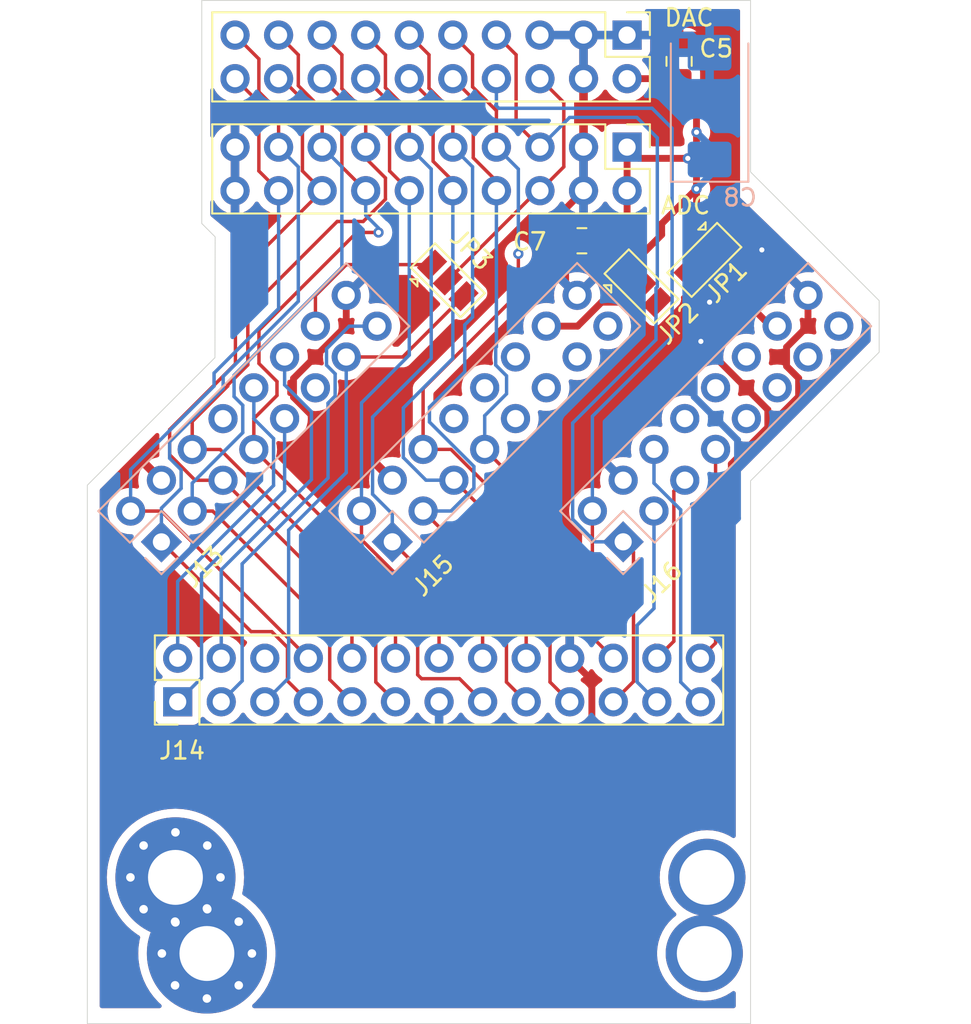
<source format=kicad_pcb>
(kicad_pcb (version 20240108) (generator "pcbnew") (generator_version "8.0")
  (layers (0 "F.Cu" signal) (31 "B.Cu" signal) (34 "B.Paste" user) (35 "F.Paste" user) (36 "B.SilkS" user "B.Silkscreen") (37 "F.SilkS" user "F.Silkscreen") (38 "B.Mask" user) (39 "F.Mask" user) (44 "Edge.Cuts" user))
  (net 0 "")
  (net 1 "GND")
  (net 2 "/3x16p-26p_adapter/CM_B_N3")
  (net 3 "/3x16p-26p_adapter/CM_D_P4")
  (net 4 "/3x16p-26p_adapter/CM_OE_M4")
  (net 5 "/3x16p-26p_adapter/CM_E_N4")
  (net 6 "/3x16p-26p_adapter/D1_2")
  (net 7 "/3x16p-26p_adapter/CM_CLK_M3")
  (net 8 "/3x16p-26p_adapter/CM_C_P3")
  (net 9 "/3x16p-26p_adapter/D1_3")
  (net 10 "/3x16p-26p_adapter/D1_1")
  (net 11 "/3x16p-26p_adapter/CM_A_N5")
  (net 12 "/3x16p-26p_adapter/D1_5")
  (net 13 "/3x16p-26p_adapter/D1_6")
  (net 14 "/3x16p-26p_adapter/D1_4")
  (net 15 "/3x16p-26p_adapter/CM_STB_N1")
  (net 16 "/3x16p-26p_adapter/D3_4")
  (net 17 "/3x16p-26p_adapter/D2_1")
  (net 18 "/3x16p-26p_adapter/D2_4")
  (net 19 "/3x16p-26p_adapter/D2_3")
  (net 20 "/3x16p-26p_adapter/D3_6")
  (net 21 "/3x16p-26p_adapter/D2_2")
  (net 22 "/3x16p-26p_adapter/D3_3")
  (net 23 "/3x16p-26p_adapter/D3_5")
  (net 24 "/3x16p-26p_adapter/D3_2")
  (net 25 "/3x16p-26p_adapter/D2_5")
  (net 26 "/3x16p-26p_adapter/D2_6")
  (net 27 "/3x16p-26p_adapter/D3_1")
  (net 31 "/3x16p-26p_adapter/VCC_J15")
  (net 39 "/3x16p-26p_adapter/VCC_J16")
  (net 44 "Net-(J18-Pin_6)")
  (net 45 "/3x16p-26p_adapter/VCC_5V")
  (footprint "Capacitor_SMD:C_0805_2012Metric" (layer "F.Cu") (at 51.8922 32.4104 180)
    (property "Reference" "C7")
    (property "Value" "100nF")
  )
  (footprint "Connector_PinHeader_2.54mm:PinHeader_2x13_P2.54mm_Vertical" (layer "F.Cu") (at 28.3228 59.2824 90)
    (property "Reference" "J14")
    (property "Value" "Conn_02x13_Odd_Even" (hide yes))
  )
  (footprint "Connector_PinHeader_2.54mm:PinHeader_2x10_P2.54mm_Vertical" (layer "F.Cu") (at 54.5262 20.4226 -90)
    (property "Reference" "J18" (hide yes))
    (property "Value" "DAC")
  )
  (footprint "Jumper:SolderJumper-3_P1.3mm_Open_Pad1.0x1.5mm" (layer "F.Cu") (at 59.0314 33.5268 -135)
    (property "Reference" "JP1")
    (property "Value" "Jumper_2_Open" (hide yes))
  )
  (footprint "MountingHole:MountingHole_3.5mm_Pad_Via" (layer "F.Cu") (at 59.0262 73.9526)
    (property "Reference" "H9" (hide yes))
    (property "Value" "ADC" (hide yes))
  )
  (footprint "Jumper:SolderJumper-3_P1.3mm_Open_Pad1.0x1.5mm" (layer "F.Cu") (at 55.368961 35.071361 -45)
    (property "Reference" "JP2")
    (property "Value" "Jumper_2_Open" (hide yes))
  )
  (footprint "Connector_PinHeader_2.54mm:PinHeader_2x10_P2.54mm_Vertical" (layer "F.Cu") (at 54.5262 26.9526 -90)
    (property "Reference" "J19" (hide yes))
    (property "Value" "ADC")
  )
  (footprint "Jumper:SolderJumper-3_P1.3mm_Open_Pad1.0x1.5mm" (layer "F.Cu") (at 44.0708 34.7206 -45)
    (property "Reference" "JP3")
    (property "Value" "Jumper_3_Open")
  )
  (footprint "Capacitor_SMD:C_0805_2012Metric" (layer "F.Cu") (at 57.5582 21.954599 90)
    (property "Reference" "C5")
    (property "Value" "100nF")
  )
  (footprint "MountingHole:MountingHole_3.5mm_Pad_Via" (layer "F.Cu") (at 59.1802 69.5166)
    (property "Reference" "H5" (hide yes))
    (property "Value" "DAC")
  )
  (footprint "MountingHole:MountingHole_3.5mm_Pad_Via" (layer "F.Cu") (at 30.0262 73.9526)
    (property "Reference" "H10" (hide yes))
    (property "Value" "ADC" (hide yes))
  )
  (footprint "MountingHole:MountingHole_3.5mm_Pad_Via" (layer "F.Cu") (at 28.1922 69.5166)
    (property "Reference" "H6" (hide yes))
    (property "Value" "DAC")
  )
  (footprint "Connector_PinSocket_2.54mm:PinSocket_2x08_P2.54mm_Vertical" (layer "B.Cu") (at 27.3742 49.9626 -45)
    (property "Reference" "J13")
    (property "Value" "Conn_02x08_Odd_Even")
  )
  (footprint "Capacitor_Tantalum_SMD:CP_EIA-7343-40_Kemet-Y" (layer "B.Cu") (at 59.3362 24.5606 90)
    (property "Reference" "C8")
    (property "Value" "10v47uF")
  )
  (footprint "Connector_PinSocket_2.54mm:PinSocket_2x08_P2.54mm_Vertical" (layer "B.Cu") (at 54.2982 49.9586 -45)
    (property "Reference" "J16")
    (property "Value" "Conn_02x08_Odd_Even")
  )
  (footprint "Connector_PinSocket_2.54mm:PinSocket_2x08_P2.54mm_Vertical" (layer "B.Cu") (at 40.8362 49.9586 -45)
    (property "Reference" "J15")
    (property "Value" "Conn_02x08_Odd_Even")
  )
  (gr_poly (pts (xy 30.5062 32.1826) (xy 29.7262 31.4026) (xy 29.7262 18.4026) (xy 61.7262 18.4026) (xy 61.7262 28.4026) (xy 69.2262 35.9026) (xy 69.2262 38.9026) (xy 61.7262 46.4026) (xy 61.7262 78.0436) (xy 23.0562 78.0436) (xy 23.0562 46.6566) (xy 30.4962 39.2226)) (stroke (width 0.05)) (fill none) (layer "Edge.Cuts"))
  (segment (start 60.119559 30.635241) (end 60.881559 31.397241) (width 0.4) (layer "F.Cu") (net 1))
  (segment (start 52.4728 58.0324) (end 51.1828 56.7424) (width 0.4) (layer "F.Cu") (net 1))
  (segment (start 62.732405 42.256628) (end 58.8282 38.352423) (width 0.4) (layer "F.Cu") (net 1))
  (segment (start 35.076172 41.528395) (end 37.388489 43.840711) (width 0.4) (layer "F.Cu") (net 1))
  (segment (start 52.4728 60.8772) (end 52.4728 58.0324) (width 0.4) (layer "F.Cu") (net 1))
  (segment (start 50.942201 34.919884) (end 51.612507 35.59019) (width 0.4) (layer "F.Cu") (net 1))
  (segment (start 62.732405 43.292162) (end 62.732405 42.256628) (width 0.4) (layer "F.Cu") (net 1))
  (segment (start 38.150507 35.59419) (end 38.150507 37.361958) (width 0.4) (layer "F.Cu") (net 1))
  (segment (start 35.076172 40.436293) (end 35.076172 41.528395) (width 0.4) (layer "F.Cu") (net 1))
  (segment (start 63.824507 39.716907) (end 63.824507 38.614293) (width 0.4) (layer "F.Cu") (net 1))
  (segment (start 50.942201 32.4104) (end 50.942201 30.536599) (width 0.4) (layer "F.Cu") (net 1))
  (segment (start 54.5262 20.4226) (end 59.7702 20.4226) (width 0.4) (layer "F.Cu") (net 1))
  (segment (start 52.4782 60.8826) (end 52.4728 60.8772) (width 0.4) (layer "F.Cu") (net 1))
  (segment (start 58.8282 36.4986) (end 59.3362 35.9906) (width 0.4) (layer "F.Cu") (net 1))
  (segment (start 51.9862 26.9526) (end 51.9862 20.4226) (width 0.4) (layer "F.Cu") (net 1))
  (segment (start 52.4728 60.8772) (end 60.2808 60.8772) (width 0.4) (layer "F.Cu") (net 1))
  (segment (start 63.824507 38.614293) (end 65.074507 37.364293) (width 0.4) (layer "F.Cu") (net 1))
  (segment (start 59.7702 20.4226) (end 60.0982 20.7506) (width 0.4) (layer "F.Cu") (net 1))
  (segment (start 38.310413 43.840711) (end 37.388489 43.840711) (width 0.4) (layer "F.Cu") (net 1))
  (segment (start 60.881559 31.397241) (end 65.074507 35.59019) (width 0.4) (layer "F.Cu") (net 1))
  (segment (start 60.119559 21.025959) (end 60.119559 30.635241) (width 0.4) (layer "F.Cu") (net 1))
  (segment (start 58.8282 38.2766) (end 58.8282 36.4986) (width 0.4) (layer "F.Cu") (net 1))
  (segment (start 60.6062 60.5518) (end 60.6062 45.418367) (width 0.4) (layer "F.Cu") (net 1))
  (segment (start 38.150507 37.361958) (end 35.076172 40.436293) (width 0.4) (layer "F.Cu") (net 1))
  (segment (start 65.074507 37.364293) (end 65.074507 35.59019) (width 0.4) (layer "F.Cu") (net 1))
  (segment (start 60.0982 21.0046) (end 60.119559 21.025959) (width 0.4) (layer "F.Cu") (net 1))
  (segment (start 60.6062 45.418367) (end 61.891084 44.133484) (width 0.4) (layer "F.Cu") (net 1))
  (segment (start 40.8362 46.366498) (end 38.310413 43.840711) (width 0.4) (layer "F.Cu") (net 1))
  (segment (start 51.9862 29.4926) (end 51.9862 26.9526) (width 0.4) (layer "F.Cu") (net 1))
  (segment (start 45.1122 62.6606) (end 50.7002 62.6606) (width 0.4) (layer "F.Cu") (net 1))
  (segment (start 64.528456 41.496112) (end 64.528456 40.420856) (width 0.4) (layer "F.Cu") (net 1))
  (segment (start 61.891084 44.133484) (end 64.528456 41.496112) (width 0.4) (layer "F.Cu") (net 1))
  (segment (start 60.2808 60.8772) (end 60.6062 60.5518) (width 0.4) (layer "F.Cu") (net 1))
  (segment (start 64.528456 40.420856) (end 63.824507 39.716907) (width 0.4) (layer "F.Cu") (net 1))
  (segment (start 50.7002 62.6606) (end 52.4782 60.8826) (width 0.4) (layer "F.Cu") (net 1))
  (segment (start 43.5628 59.2824) (end 43.5628 61.1112) (width 0.4) (layer "F.Cu") (net 1))
  (segment (start 58.8282 38.352423) (end 58.8282 38.2766) (width 0.4) (layer "F.Cu") (net 1))
  (segment (start 50.942201 32.4104) (end 50.942201 34.919884) (width 0.4) (layer "F.Cu") (net 1))
  (segment (start 49.446201 20.4226) (end 54.5262 20.4226) (width 0.4) (layer "F.Cu") (net 1))
  (segment (start 43.5628 61.1112) (end 45.1122 62.6606) (width 0.4) (layer "F.Cu") (net 1))
  (segment (start 50.942201 30.536599) (end 51.9862 29.4926) (width 0.4) (layer "F.Cu") (net 1))
  (segment (start 60.0982 20.7506) (end 60.0982 21.0046) (width 0.4) (layer "F.Cu") (net 1))
  (segment (start 61.891084 44.133484) (end 62.732405 43.292162) (width 0.4) (layer "F.Cu") (net 1))
  (via (at 59.3362 35.9906) (size 0.6) (drill 0.3) (layers "F.Cu" "B.Cu") (net 1))
  (via (at 58.8282 38.2766) (size 0.6) (drill 0.3) (layers "F.Cu" "B.Cu") (net 1))
  (via (at 62.3842 32.9426) (size 0.6) (drill 0.3) (layers "F.Cu" "B.Cu") (net 1))
  (segment (start 60.6062 60.8826) (end 58.3202 63.1686) (width 0.4) (layer "B.Cu") (net 1))
  (segment (start 58.436354 38.668446) (end 58.436354 41.496111) (width 0.4) (layer "B.Cu") (net 1))
  (segment (start 58.3202 63.1686) (end 57.5582 63.1686) (width 0.4) (layer "B.Cu") (net 1))
  (segment (start 54.5262 20.4226) (end 58.3107 20.4226) (width 0.4) (layer "B.Cu") (net 1))
  (segment (start 58.8282 38.2766) (end 58.436354 38.668446) (width 0.4) (layer "B.Cu") (net 1))
  (segment (start 59.3362 50.2146) (end 59.3362 50.7226) (width 0.4) (layer "B.Cu") (net 1))
  (segment (start 57.5582 63.1686) (end 57.3042 62.9146) (width 0.4) (layer "B.Cu") (net 1))
  (segment (start 60.964638 48.586162) (end 59.3362 50.2146) (width 0.4) (layer "B.Cu") (net 1))
  (segment (start 59.3362 35.9906) (end 62.3842 32.9426) (width 0.4) (layer "B.Cu") (net 1))
  (segment (start 60.964638 44.024395) (end 60.964638 48.586162) (width 0.4) (layer "B.Cu") (net 1))
  (segment (start 57.3042 62.9146) (end 44.8582 62.9146) (width 0.4) (layer "B.Cu") (net 1))
  (segment (start 44.0962 61.8986) (end 43.5628 61.3652) (width 0.4) (layer "B.Cu") (net 1))
  (segment (start 43.5628 61.3652) (end 43.5628 59.2824) (width 0.4) (layer "B.Cu") (net 1))
  (segment (start 58.3107 20.4226) (end 59.3362 21.4481) (width 0.4) (layer "B.Cu") (net 1))
  (segment (start 59.3362 50.7226) (end 60.6062 51.9926) (width 0.4) (layer "B.Cu") (net 1))
  (segment (start 60.6062 51.9926) (end 60.6062 60.8826) (width 0.4) (layer "B.Cu") (net 1))
  (segment (start 44.0962 62.1526) (end 44.0962 61.8986) (width 0.4) (layer "B.Cu") (net 1))
  (segment (start 44.8582 62.9146) (end 44.0962 62.1526) (width 0.4) (layer "B.Cu") (net 1))
  (segment (start 58.436354 41.496111) (end 60.964638 44.024395) (width 0.4) (layer "B.Cu") (net 1))
  (segment (start 32.762354 42.7908) (end 33.912354 43.9408) (width 0.2) (layer "B.Cu") (net 2))
  (segment (start 32.762354 40.982344) (end 32.762354 42.7908) (width 0.2) (layer "B.Cu") (net 2))
  (segment (start 28.3228 56.7424) (end 28.3228 52.265115) (width 0.2) (layer "B.Cu") (net 2))
  (segment (start 28.3228 52.265115) (end 33.912354 46.675561) (width 0.2) (layer "B.Cu") (net 2))
  (segment (start 33.912354 46.675561) (end 33.912354 43.9408) (width 0.2) (layer "B.Cu") (net 2))
  (segment (start 36.1206 46.3284) (end 36.1206 42.374834) (width 0.2) (layer "B.Cu") (net 3))
  (segment (start 30.8628 56.7424) (end 30.8628 51.5862) (width 0.2) (layer "B.Cu") (net 3))
  (segment (start 30.8628 51.5862) (end 36.1206 46.3284) (width 0.2) (layer "B.Cu") (net 3))
  (segment (start 34.558405 40.812639) (end 34.558405 39.186293) (width 0.2) (layer "B.Cu") (net 3))
  (segment (start 36.1206 42.374834) (end 34.558405 40.812639) (width 0.2) (layer "B.Cu") (net 3))
  (segment (start 37.000507 39.662639) (end 37.000507 38.709947) (width 0.2) (layer "B.Cu") (net 4))
  (segment (start 32.082 58.0632) (end 32.082 51.24223) (width 0.2) (layer "B.Cu") (net 4))
  (segment (start 37.090149 41.872999) (end 37.504456 41.458692) (width 0.2) (layer "B.Cu") (net 4))
  (segment (start 32.082 51.24223) (end 37.090149 46.234081) (width 0.2) (layer "B.Cu") (net 4))
  (segment (start 37.000507 38.709947) (end 38.320213 37.390241) (width 0.2) (layer "B.Cu") (net 4))
  (segment (start 37.504456 41.458692) (end 37.504456 40.166588) (width 0.2) (layer "B.Cu") (net 4))
  (segment (start 30.8628 59.2824) (end 32.082 58.0632) (width 0.2) (layer "B.Cu") (net 4))
  (segment (start 37.504456 40.166588) (end 37.000507 39.662639) (width 0.2) (layer "B.Cu") (net 4))
  (segment (start 38.320213 37.390241) (end 39.946559 37.390241) (width 0.2) (layer "B.Cu") (net 4))
  (segment (start 37.090149 46.234081) (end 37.090149 41.872999) (width 0.2) (layer "B.Cu") (net 4))
  (segment (start 33.0562 28.3426) (end 34.2062 29.4926) (width 0.2) (layer "F.Cu") (net 6))
  (segment (start 31.6662 22.9626) (end 33.0562 24.3526) (width 0.2) (layer "F.Cu") (net 6))
  (segment (start 33.0562 24.3526) (end 33.0562 28.3426) (width 0.2) (layer "F.Cu") (net 6))
  (segment (start 35.9428 56.7424) (end 27.366949 48.166549) (width 0.2) (layer "F.Cu") (net 6))
  (segment (start 27.366949 48.166549) (end 25.578149 48.166549) (width 0.2) (layer "F.Cu") (net 6))
  (segment (start 30.445213 40.122613) (end 34.2062 36.361626) (width 0.2) (layer "B.Cu") (net 6))
  (segment (start 25.578149 45.745051) (end 30.445213 40.877987) (width 0.2) (layer "B.Cu") (net 6))
  (segment (start 30.445213 40.877987) (end 30.445213 40.122613) (width 0.2) (layer "B.Cu") (net 6))
  (segment (start 25.578149 48.166549) (end 25.578149 45.745051) (width 0.2) (layer "B.Cu") (net 6))
  (segment (start 34.2062 36.361626) (end 34.2062 29.4926) (width 0.2) (layer "B.Cu") (net 6))
  (segment (start 38.150507 39.186293) (end 41.443585 39.186293) (width 0.2) (layer "F.Cu") (net 7))
  (segment (start 41.443585 39.186293) (end 44.990039 35.639839) (width 0.2) (layer "F.Cu") (net 7))
  (segment (start 34.7928 57.892399) (end 33.402799 59.2824) (width 0.2) (layer "B.Cu") (net 7))
  (segment (start 37.490149 46.577565) (end 34.7928 49.274914) (width 0.2) (layer "B.Cu") (net 7))
  (segment (start 38.150507 45.924093) (end 37.497035 46.577565) (width 0.2) (layer "B.Cu") (net 7))
  (segment (start 37.497035 46.577565) (end 37.490149 46.577565) (width 0.2) (layer "B.Cu") (net 7))
  (segment (start 38.150507 39.186293) (end 38.150507 45.924093) (width 0.2) (layer "B.Cu") (net 7))
  (segment (start 34.7928 49.274914) (end 34.7928 57.892399) (width 0.2) (layer "B.Cu") (net 7))
  (segment (start 36.354456 41.050549) (end 36.354456 40.724344) (width 0.2) (layer "F.Cu") (net 8))
  (segment (start 36.354456 40.724344) (end 36.3912 40.6876) (width 0.2) (layer "F.Cu") (net 8))
  (segment (start 36.746199 24.760568) (end 36.746199 26.9526) (width 0.2) (layer "F.Cu") (net 9))
  (segment (start 37.1874 57.987) (end 38.4828 59.2824) (width 0.2) (layer "F.Cu") (net 9))
  (segment (start 29.170251 48.166549) (end 30.364149 48.166549) (width 0.2) (layer "F.Cu") (net 9))
  (segment (start 35.3562 23.370569) (end 36.746199 24.760568) (width 0.2) (layer "F.Cu") (net 9))
  (segment (start 30.364149 48.166549) (end 37.1874 54.9898) (width 0.2) (layer "F.Cu") (net 9))
  (segment (start 37.1874 54.9898) (end 37.1874 57.987) (width 0.2) (layer "F.Cu") (net 9))
  (segment (start 34.2062 20.4226) (end 35.3562 21.5726) (width 0.2) (layer "F.Cu") (net 9))
  (segment (start 35.3562 21.5726) (end 35.3562 23.370569) (width 0.2) (layer "F.Cu") (net 9))
  (segment (start 37.8962 33.967886) (end 37.8962 28.102601) (width 0.2) (layer "B.Cu") (net 9))
  (segment (start 37.8962 28.102601) (end 36.746199 26.9526) (width 0.2) (layer "B.Cu") (net 9))
  (segment (start 31.612354 41.492954) (end 31.612354 40.251732) (width 0.2) (layer "B.Cu") (net 9))
  (segment (start 31.612354 40.251732) (end 37.8962 33.967886) (width 0.2) (layer "B.Cu") (net 9))
  (segment (start 32.116302 41.996902) (end 31.612354 41.492954) (width 0.2) (layer "B.Cu") (net 9))
  (segment (start 32.116302 43.594152) (end 32.116302 41.996902) (width 0.2) (layer "B.Cu") (net 9))
  (segment (start 29.170251 46.540203) (end 32.116302 43.594152) (width 0.2) (layer "B.Cu") (net 9))
  (segment (start 29.170251 48.166549) (end 29.170251 46.540203) (width 0.2) (layer "B.Cu") (net 9))
  (segment (start 34.7236 56.109918) (end 34.7236 58.0632) (width 0.2) (layer "F.Cu") (net 10))
  (segment (start 33.806682 55.193) (end 34.7236 56.109918) (width 0.2) (layer "F.Cu") (net 10))
  (segment (start 34.2062 24.8814) (end 34.2062 26.9526) (width 0.2) (layer "F.Cu") (net 10))
  (segment (start 27.3742 49.9626) (end 32.6046 55.193) (width 0.2) (layer "F.Cu") (net 10))
  (segment (start 31.6662 20.4226) (end 33.0562 21.8126) (width 0.2) (layer "F.Cu") (net 10))
  (segment (start 33.0562 23.7314) (end 34.2062 24.8814) (width 0.2) (layer "F.Cu") (net 10))
  (segment (start 34.7236 58.0632) (end 35.9428 59.2824) (width 0.2) (layer "F.Cu") (net 10))
  (segment (start 32.6046 55.193) (end 33.806682 55.193) (width 0.2) (layer "F.Cu") (net 10))
  (segment (start 33.0562 21.8126) (end 33.0562 23.7314) (width 0.2) (layer "F.Cu") (net 10))
  (segment (start 28.5242 46.846844) (end 27.3742 47.996844) (width 0.2) (layer "B.Cu") (net 10))
  (segment (start 27.8511 44.1325) (end 27.8511 45.0863) (width 0.2) (layer "B.Cu") (net 10))
  (segment (start 30.9756 41.008) (end 27.8511 44.1325) (width 0.2) (layer "B.Cu") (net 10))
  (segment (start 27.8511 45.0863) (end 28.5242 45.7594) (width 0.2) (layer "B.Cu") (net 10))
  (segment (start 30.9756 40.3228) (end 30.9756 41.008) (width 0.2) (layer "B.Cu") (net 10))
  (segment (start 35.3562 28.1026) (end 35.3562 35.9422) (width 0.2) (layer "B.Cu") (net 10))
  (segment (start 28.5242 45.7594) (end 28.5242 46.846844) (width 0.2) (layer "B.Cu") (net 10))
  (segment (start 35.3562 35.9422) (end 30.9756 40.3228) (width 0.2) (layer "B.Cu") (net 10))
  (segment (start 27.3742 47.996844) (end 27.3742 49.9626) (width 0.2) (layer "B.Cu") (net 10))
  (segment (start 34.2062 26.9526) (end 35.3562 28.1026) (width 0.2) (layer "B.Cu") (net 10))
  (segment (start 34.558405 46.976195) (end 34.558405 42.778395) (width 0.2) (layer "B.Cu") (net 11))
  (segment (start 28.3228 59.2824) (end 29.7128 57.8924) (width 0.2) (layer "B.Cu") (net 11))
  (segment (start 29.7128 51.8218) (end 34.558405 46.976195) (width 0.2) (layer "B.Cu") (net 11))
  (segment (start 29.7128 57.8924) (end 29.7128 51.8218) (width 0.2) (layer "B.Cu") (net 11))
  (segment (start 30.796596 44.574446) (end 39.8728 53.65065) (width 0.2) (layer "F.Cu") (net 12))
  (segment (start 39.2862 24.936914) (end 39.2862 26.9526) (width 0.2) (layer "F.Cu") (net 12))
  (segment (start 40.155757 30.272157) (end 40.4362 29.991715) (width 0.2) (layer "F.Cu") (net 12))
  (segment (start 37.8962 23.546914) (end 39.2862 24.936914) (width 0.2) (layer "F.Cu") (net 12))
  (segment (start 29.170251 44.574446) (end 30.796596 44.574446) (width 0.2) (layer "F.Cu") (net 12))
  (segment (start 36.746199 20.4226) (end 37.8962 21.572601) (width 0.2) (layer "F.Cu") (net 12))
  (segment (start 40.4362 29.991715) (end 40.4362 28.7492) (width 0.2) (layer "F.Cu") (net 12))
  (segment (start 39.2862 27.5992) (end 39.2862 26.9526) (width 0.2) (layer "F.Cu") (net 12))
  (segment (start 31.242 40.876351) (end 31.242 40.8178) (width 0.2) (layer "F.Cu") (net 12))
  (segment (start 39.8728 58.1324) (end 41.0228 59.2824) (width 0.2) (layer "F.Cu") (net 12))
  (segment (start 32.4122 39.6476) (end 32.4122 36.4986) (width 0.2) (layer "F.Cu") (net 12))
  (segment (start 40.4362 28.7492) (end 39.2862 27.5992) (width 0.2) (layer "F.Cu") (net 12))
  (segment (start 31.242 40.8178) (end 32.4122 39.6476) (width 0.2) (layer "F.Cu") (net 12))
  (segment (start 29.170251 42.9481) (end 31.242 40.876351) (width 0.2) (layer "F.Cu") (net 12))
  (segment (start 37.622643 31.288157) (end 39.139757 31.288157) (width 0.2) (layer "F.Cu") (net 12))
  (segment (start 37.8962 21.572601) (end 37.8962 23.546914) (width 0.2) (layer "F.Cu") (net 12))
  (segment (start 39.139757 31.288157) (end 40.155757 30.272157) (width 0.2) (layer "F.Cu") (net 12))
  (segment (start 39.8728 53.65065) (end 39.8728 58.1324) (width 0.2) (layer "F.Cu") (net 12))
  (segment (start 32.4122 36.4986) (end 37.622643 31.288157) (width 0.2) (layer "F.Cu") (net 12))
  (segment (start 29.170251 44.574446) (end 29.170251 42.9481) (width 0.2) (layer "F.Cu") (net 12))
  (segment (start 34.1122 40.6146) (end 33.061976 39.564376) (width 0.2) (layer "F.Cu") (net 13))
  (segment (start 36.7462 22.9626) (end 37.896199 24.112599) (width 0.2) (layer "F.Cu") (net 13))
  (segment (start 32.762354 42.777246) (end 34.1122 41.4274) (width 0.2) (layer "F.Cu") (net 13))
  (segment (start 33.061976 37.626824) (end 38.7622 31.9266) (width 0.2) (layer "F.Cu") (net 13))
  (segment (start 32.762354 44.574446) (end 32.762354 42.777246) (width 0.2) (layer "F.Cu") (net 13))
  (segment (start 34.1122 41.4274) (end 34.1122 40.6146) (width 0.2) (layer "F.Cu") (net 13))
  (segment (start 37.896199 24.112599) (end 37.896199 28.102599) (width 0.2) (layer "F.Cu") (net 13))
  (segment (start 41.0228 52.834892) (end 41.0228 56.7424) (width 0.2) (layer "F.Cu") (net 13))
  (segment (start 37.896199 28.102599) (end 39.2862 29.4926) (width 0.2) (layer "F.Cu") (net 13))
  (segment (start 33.061976 39.564376) (end 33.061976 37.626824) (width 0.2) (layer "F.Cu") (net 13))
  (segment (start 32.762354 44.574446) (end 41.0228 52.834892) (width 0.2) (layer "F.Cu") (net 13))
  (segment (start 38.7622 31.9266) (end 40.0322 31.9266) (width 0.2) (layer "F.Cu") (net 13))
  (via (at 40.0322 31.9266) (size 0.6) (drill 0.3) (layers "F.Cu" "B.Cu") (net 13))
  (segment (start 40.0322 31.6726) (end 39.2862 30.9266) (width 0.2) (layer "B.Cu") (net 13))
  (segment (start 40.0322 31.9266) (end 40.0322 31.6726) (width 0.2) (layer "B.Cu") (net 13))
  (segment (start 39.2862 30.9266) (end 39.2862 29.4926) (width 0.2) (layer "B.Cu") (net 13))
  (segment (start 35.596199 28.342599) (end 35.596199 24.176254) (width 0.2) (layer "F.Cu") (net 14))
  (segment (start 29.339957 46.370498) (end 30.966302 46.370498) (width 0.2) (layer "F.Cu") (net 14))
  (segment (start 36.7462 29.4926) (end 35.596199 28.342599) (width 0.2) (layer "F.Cu") (net 14))
  (segment (start 36.7462 29.4926) (end 31.6884 34.5504) (width 0.2) (layer "F.Cu") (net 14))
  (segment (start 27.854412 44.884953) (end 29.339957 46.370498) (width 0.2) (layer "F.Cu") (net 14))
  (segment (start 35.596199 24.176254) (end 34.382545 22.9626) (width 0.2) (layer "F.Cu") (net 14))
  (segment (start 31.6884 34.5504) (end 31.6884 39.584) (width 0.2) (layer "F.Cu") (net 14))
  (segment (start 31.6884 39.584) (end 27.854412 43.417988) (width 0.2) (layer "F.Cu") (net 14))
  (segment (start 27.854412 43.417988) (end 27.854412 44.884953) (width 0.2) (layer "F.Cu") (net 14))
  (segment (start 38.4828 53.886996) (end 30.966302 46.370498) (width 0.2) (layer "F.Cu") (net 14))
  (segment (start 38.4828 56.7424) (end 38.4828 53.886996) (width 0.2) (layer "F.Cu") (net 14))
  (segment (start 34.382545 22.9626) (end 34.2062 22.9626) (width 0.2) (layer "F.Cu") (net 14))
  (segment (start 36.354456 35.604344) (end 38.157439 33.801361) (width 0.2) (layer "F.Cu") (net 15))
  (segment (start 38.157439 33.801361) (end 43.151561 33.801361) (width 0.2) (layer "F.Cu") (net 15))
  (segment (start 36.354456 37.390241) (end 36.354456 35.604344) (width 0.2) (layer "F.Cu") (net 15))
  (segment (start 57.2528 47.004) (end 57.890302 46.366498) (width 0.2) (layer "F.Cu") (net 16))
  (segment (start 57.2528 55.7524) (end 57.2528 47.004) (width 0.2) (layer "F.Cu") (net 16))
  (segment (start 56.2628 56.082) (end 56.1612 55.9804) (width 0.2) (layer "F.Cu") (net 16))
  (segment (start 56.2628 56.7424) (end 57.2528 55.7524) (width 0.2) (layer "F.Cu") (net 16))
  (segment (start 41.8262 24.8814) (end 41.8262 26.9526) (width 0.2) (layer "F.Cu") (net 17))
  (segment (start 40.4362 21.5726) (end 40.4362 23.4914) (width 0.2) (layer "F.Cu") (net 17))
  (segment (start 40.4362 23.4914) (end 41.8262 24.8814) (width 0.2) (layer "F.Cu") (net 17))
  (segment (start 43.5628 52.6852) (end 40.8362 49.9586) (width 0.2) (layer "F.Cu") (net 17))
  (segment (start 43.5628 56.7424) (end 43.5628 52.6852) (width 0.2) (layer "F.Cu") (net 17))
  (segment (start 39.2862 20.4226) (end 40.4362 21.5726) (width 0.2) (layer "F.Cu") (net 17))
  (segment (start 40.8362 48.332254) (end 40.8362 49.9586) (width 0.2) (layer "B.Cu") (net 17))
  (segment (start 43.1056 39.2672) (end 39.6862 42.6866) (width 0.2) (layer "B.Cu") (net 17))
  (segment (start 39.6862 47.182254) (end 40.8362 48.332254) (width 0.2) (layer "B.Cu") (net 17))
  (segment (start 43.1056 28.232) (end 43.1056 39.2672) (width 0.2) (layer "B.Cu") (net 17))
  (segment (start 41.8262 26.9526) (end 43.1056 28.232) (width 0.2) (layer "B.Cu") (net 17))
  (segment (start 39.6862 42.6866) (end 39.6862 47.182254) (width 0.2) (layer "B.Cu") (net 17))
  (segment (start 41.8262 22.9626) (end 43.2162 24.3526) (width 0.2) (layer "F.Cu") (net 18))
  (segment (start 43.2162 24.3526) (end 43.2162 27.776914) (width 0.2) (layer "F.Cu") (net 18))
  (segment (start 47.4928 58.1324) (end 47.4928 49.430996) (width 0.2) (layer "F.Cu") (net 18))
  (segment (start 44.3662 28.926914) (end 44.3662 29.4926) (width 0.2) (layer "F.Cu") (net 18))
  (segment (start 48.6428 59.2824) (end 47.4928 58.1324) (width 0.2) (layer "F.Cu") (net 18))
  (segment (start 43.2162 27.776914) (end 44.3662 28.926914) (width 0.2) (layer "F.Cu") (net 18))
  (segment (start 47.4928 49.430996) (end 44.428302 46.366498) (width 0.2) (layer "F.Cu") (net 18))
  (segment (start 44.428302 46.366498) (end 42.801957 46.366498) (width 0.2) (layer "B.Cu") (net 18))
  (segment (start 42.801957 46.366498) (end 41.4782 45.042741) (width 0.2) (layer "B.Cu") (net 18))
  (segment (start 41.4782 45.042741) (end 41.4782 42.1552) (width 0.2) (layer "B.Cu") (net 18))
  (segment (start 44.3662 39.2672) (end 44.3662 29.4926) (width 0.2) (layer "B.Cu") (net 18))
  (segment (start 41.4782 42.1552) (end 44.3662 39.2672) (width 0.2) (layer "B.Cu") (net 18))
  (segment (start 44.3662 24.9068) (end 44.3662 26.9526) (width 0.2) (layer "F.Cu") (net 19))
  (segment (start 42.9762 21.5726) (end 42.9762 23.5168) (width 0.2) (layer "F.Cu") (net 19))
  (segment (start 42.9762 23.5168) (end 44.3662 24.9068) (width 0.2) (layer "F.Cu") (net 19))
  (segment (start 42.632251 48.162549) (end 46.1028 51.633098) (width 0.2) (layer "F.Cu") (net 19))
  (segment (start 46.1028 51.633098) (end 46.1028 56.7424) (width 0.2) (layer "F.Cu") (net 19))
  (segment (start 41.8262 20.4226) (end 42.9762 21.5726) (width 0.2) (layer "F.Cu") (net 19))
  (segment (start 45.0614 37.3114) (end 45.5162 36.8566) (width 0.2) (layer "B.Cu") (net 19))
  (segment (start 43.0022 42.974638) (end 43.0022 42.1132) (width 0.2) (layer "B.Cu") (net 19))
  (segment (start 45.5948 45.567238) (end 43.0022 42.974638) (width 0.2) (layer "B.Cu") (net 19))
  (segment (start 45.5162 28.1026) (end 44.3662 26.9526) (width 0.2) (layer "B.Cu") (net 19))
  (segment (start 43.0022 42.1132) (end 45.0614 40.054) (width 0.2) (layer "B.Cu") (net 19))
  (segment (start 45.5162 36.8566) (end 45.5162 28.1026) (width 0.2) (layer "B.Cu") (net 19))
  (segment (start 42.632251 48.162549) (end 44.258597 48.162549) (width 0.2) (layer "B.Cu") (net 19))
  (segment (start 45.5948 46.826346) (end 45.5948 45.567238) (width 0.2) (layer "B.Cu") (net 19))
  (segment (start 44.258597 48.162549) (end 45.5948 46.826346) (width 0.2) (layer "B.Cu") (net 19))
  (segment (start 45.0614 40.054) (end 45.0614 37.3114) (width 0.2) (layer "B.Cu") (net 19))
  (segment (start 58.8028 56.7424) (end 59.686354 55.858846) (width 0.2) (layer "F.Cu") (net 20))
  (segment (start 59.686354 55.858846) (end 59.686354 44.570446) (width 0.2) (layer "F.Cu") (net 20))
  (segment (start 42.545 57.9374) (end 42.3164 57.7088) (width 0.2) (layer "F.Cu") (net 21))
  (segment (start 44.757801 57.9374) (end 42.545 57.9374) (width 0.2) (layer "F.Cu") (net 21))
  (segment (start 40.6762 28.3426) (end 41.8262 29.4926) (width 0.2) (layer "F.Cu") (net 21))
  (segment (start 40.6762 24.3526) (end 40.6762 28.3426) (width 0.2) (layer "F.Cu") (net 21))
  (segment (start 42.3164 53.1084) (end 39.040149 49.832149) (width 0.2) (layer "F.Cu") (net 21))
  (segment (start 42.3164 57.7088) (end 42.3164 53.1084) (width 0.2) (layer "F.Cu") (net 21))
  (segment (start 39.2862 22.9626) (end 40.6762 24.3526) (width 0.2) (layer "F.Cu") (net 21))
  (segment (start 39.040149 49.832149) (end 39.040149 48.162549) (width 0.2) (layer "F.Cu") (net 21))
  (segment (start 46.102801 59.2824) (end 44.757801 57.9374) (width 0.2) (layer "F.Cu") (net 21))
  (segment (start 39.040149 48.162549) (end 39.040149 41.859451) (width 0.2) (layer "B.Cu") (net 21))
  (segment (start 41.8262 39.0734) (end 41.8262 29.4926) (width 0.2) (layer "B.Cu") (net 21))
  (segment (start 39.040149 41.859451) (end 41.8262 39.0734) (width 0.2) (layer "B.Cu") (net 21))
  (segment (start 56.094251 53.837549) (end 55.1128 54.819) (width 0.2) (layer "B.Cu") (net 22))
  (segment (start 55.1128 54.819) (end 55.1128 58.132401) (width 0.2) (layer "B.Cu") (net 22))
  (segment (start 55.1128 58.132401) (end 56.262799 59.2824) (width 0.2) (layer "B.Cu") (net 22))
  (segment (start 56.094251 48.162549) (end 56.094251 53.837549) (width 0.2) (layer "B.Cu") (net 22))
  (segment (start 56.094251 46.536203) (end 57.6528 48.094752) (width 0.2) (layer "B.Cu") (net 23))
  (segment (start 56.094251 44.570446) (end 56.094251 46.536203) (width 0.2) (layer "B.Cu") (net 23))
  (segment (start 57.6528 48.094752) (end 57.6528 58.1324) (width 0.2) (layer "B.Cu") (net 23))
  (segment (start 57.6528 58.1324) (end 58.8028 59.2824) (width 0.2) (layer "B.Cu") (net 23))
  (segment (start 53.7228 56.7424) (end 52.502149 55.521749) (width 0.2) (layer "F.Cu") (net 24))
  (segment (start 52.502149 55.521749) (end 52.502149 48.162549) (width 0.2) (layer "F.Cu") (net 24))
  (segment (start 55.9834 24.6876) (end 47.0426 24.6876) (width 0.2) (layer "B.Cu") (net 24))
  (segment (start 46.8648 24.5098) (end 46.9062 24.4684) (width 0.2) (layer "B.Cu") (net 24))
  (segment (start 57.1518 25.856) (end 55.9834 24.6876) (width 0.2) (layer "B.Cu") (net 24))
  (segment (start 52.502149 42.646851) (end 57.1518 37.9972) (width 0.2) (layer "B.Cu") (net 24))
  (segment (start 57.1518 37.9972) (end 57.1518 25.856) (width 0.2) (layer "B.Cu") (net 24))
  (segment (start 46.9062 24.4684) (end 46.9062 22.9626) (width 0.2) (layer "B.Cu") (net 24))
  (segment (start 47.0426 24.6876) (end 46.8648 24.5098) (width 0.2) (layer "B.Cu") (net 24))
  (segment (start 52.502149 48.162549) (end 52.502149 42.646851) (width 0.2) (layer "B.Cu") (net 24))
  (segment (start 42.632251 44.570446) (end 42.632251 41.035949) (width 0.2) (layer "F.Cu") (net 25))
  (segment (start 42.632251 41.035949) (end 48.1856 35.4826) (width 0.2) (layer "F.Cu") (net 25))
  (segment (start 44.258596 44.570446) (end 48.6428 48.95465) (width 0.2) (layer "F.Cu") (net 25))
  (segment (start 46.9062 24.828946) (end 46.9062 26.9526) (width 0.2) (layer "F.Cu") (net 25))
  (segment (start 45.5162 23.438946) (end 46.9062 24.828946) (width 0.2) (layer "F.Cu") (net 25))
  (segment (start 48.1856 35.4826) (end 48.1856 33.1712) (width 0.2) (layer "F.Cu") (net 25))
  (segment (start 48.6428 48.95465) (end 48.6428 56.7424) (width 0.2) (layer "F.Cu") (net 25))
  (segment (start 45.5162 21.5726) (end 45.5162 23.438946) (width 0.2) (layer "F.Cu") (net 25))
  (segment (start 44.3662 20.4226) (end 45.5162 21.5726) (width 0.2) (layer "F.Cu") (net 25))
  (segment (start 42.632251 44.570446) (end 44.258596 44.570446) (width 0.2) (layer "F.Cu") (net 25))
  (via (at 48.1856 33.1712) (size 0.6) (drill 0.3) (layers "F.Cu" "B.Cu") (net 25))
  (segment (start 48.1856 28.232) (end 46.9062 26.9526) (width 0.2) (layer "B.Cu") (net 25))
  (segment (start 48.1856 33.1712) (end 48.1856 28.232) (width 0.2) (layer "B.Cu") (net 25))
  (segment (start 45.557285 27.577999) (end 46.9062 28.926914) (width 0.2) (layer "F.Cu") (net 26))
  (segment (start 50.0328 58.1324) (end 51.1828 59.2824) (width 0.2) (layer "F.Cu") (net 26))
  (segment (start 50.0328 48.378892) (end 50.0328 58.1324) (width 0.2) (layer "F.Cu") (net 26))
  (segment (start 44.3662 22.9626) (end 45.557285 24.153685) (width 0.2) (layer "F.Cu") (net 26))
  (segment (start 46.9062 28.926914) (end 46.9062 29.4926) (width 0.2) (layer "F.Cu") (net 26))
  (segment (start 45.557285 24.153685) (end 45.557285 27.577999) (width 0.2) (layer "F.Cu") (net 26))
  (segment (start 46.224354 44.570446) (end 50.0328 48.378892) (width 0.2) (layer "F.Cu") (net 26))
  (segment (start 46.8394 29.5594) (end 46.9062 29.4926) (width 0.2) (layer "F.Cu") (net 26))
  (segment (start 46.8648 38.6322) (end 46.9062 38.5908) (width 0.2) (layer "B.Cu") (net 26))
  (segment (start 46.8648 39.653034) (end 46.8648 38.6322) (width 0.2) (layer "B.Cu") (net 26))
  (segment (start 47.4998 41.329244) (end 47.4998 40.288034) (width 0.2) (layer "B.Cu") (net 26))
  (segment (start 46.224354 42.60469) (end 47.4998 41.329244) (width 0.2) (layer "B.Cu") (net 26))
  (segment (start 46.9062 38.5908) (end 46.9062 29.4926) (width 0.2) (layer "B.Cu") (net 26))
  (segment (start 46.224354 44.570446) (end 46.224354 42.60469) (width 0.2) (layer "B.Cu") (net 26))
  (segment (start 47.4998 40.288034) (end 46.8648 39.653034) (width 0.2) (layer "B.Cu") (net 26))
  (segment (start 54.899241 58.105959) (end 53.7228 59.2824) (width 0.2) (layer "F.Cu") (net 27))
  (segment (start 54.2982 49.9586) (end 54.899241 50.559641) (width 0.2) (layer "F.Cu") (net 27))
  (segment (start 48.0562 21.5726) (end 48.0562 25.562599) (width 0.2) (layer "F.Cu") (net 27))
  (segment (start 54.899241 50.559641) (end 54.899241 58.105959) (width 0.2) (layer "F.Cu") (net 27))
  (segment (start 46.9062 20.4226) (end 48.0562 21.5726) (width 0.2) (layer "F.Cu") (net 27))
  (segment (start 48.0562 25.562599) (end 49.446201 26.9526) (width 0.2) (layer "F.Cu") (net 27))
  (segment (start 56.212 35.1778) (end 56.2882 35.1016) (width 0.2) (layer "B.Cu") (net 27))
  (segment (start 56.2882 35.1016) (end 56.2882 26.4146) (width 0.2) (layer "B.Cu") (net 27))
  (segment (start 51.352149 48.638895) (end 51.352149 43.034851) (width 0.2) (layer "B.Cu") (net 27))
  (segment (start 56.212 38.175) (end 56.212 35.1778) (width 0.2) (layer "B.Cu") (net 27))
  (segment (start 51.177801 25.221) (end 49.446201 26.9526) (width 0.2) (layer "B.Cu") (net 27))
  (segment (start 55.0946 25.221) (end 51.177801 25.221) (width 0.2) (layer "B.Cu") (net 27))
  (segment (start 54.2982 49.9586) (end 52.671854 49.9586) (width 0.2) (layer "B.Cu") (net 27))
  (segment (start 56.2882 26.4146) (end 55.0946 25.221) (width 0.2) (layer "B.Cu") (net 27))
  (segment (start 51.352149 43.034851) (end 56.212 38.175) (width 0.2) (layer "B.Cu") (net 27))
  (segment (start 52.671854 49.9586) (end 51.352149 48.638895) (width 0.2) (layer "B.Cu") (net 27))
  (segment (start 53.036433 35.9906) (end 54.449722 35.9906) (width 0.4) (layer "F.Cu") (net 31))
  (segment (start 51.640792 37.386241) (end 53.036433 35.9906) (width 0.4) (layer "F.Cu") (net 31))
  (segment (start 49.816456 37.386241) (end 51.640792 37.386241) (width 0.4) (layer "F.Cu") (net 31))
  (segment (start 54.449722 35.9906) (end 55.368961 35.071361) (width 0.4) (layer "F.Cu") (net 31))
  (segment (start 62.890841 37.386241) (end 63.278456 37.386241) (width 0.4) (layer "F.Cu") (net 39))
  (segment (start 59.0314 33.5268) (end 62.890841 37.386241) (width 0.4) (layer "F.Cu") (net 39))
  (segment (start 49.4462 22.9626) (end 50.8362 24.3526) (width 0.2) (layer "F.Cu") (net 44))
  (segment (start 49.2988 29.4926) (end 49.4462 29.4926) (width 0.2) (layer "F.Cu") (net 44))
  (segment (start 50.8362 24.3526) (end 50.8362 28.1026) (width 0.2) (layer "F.Cu") (net 44))
  (segment (start 50.8362 28.1026) (end 49.4462 29.4926) (width 0.2) (layer "F.Cu") (net 44))
  (segment (start 44.0708 34.7206) (end 49.2988 29.4926) (width 0.2) (layer "F.Cu") (net 44))
  (segment (start 49.4462 30.1834) (end 49.4462 29.4926) (width 0.2) (layer "B.Cu") (net 44))
  (segment (start 58.5742 28.1166) (end 58.5742 29.3866) (width 0.4) (layer "F.Cu") (net 45))
  (segment (start 57.5582 24.0526) (end 58.5742 25.0686) (width 0.4) (layer "F.Cu") (net 45))
  (segment (start 54.5262 31.336599) (end 53.5994 32.2634) (width 0.4) (layer "F.Cu") (net 45))
  (segment (start 53.5994 32.2634) (end 53.428199 32.4346) (width 0.4) (layer "F.Cu") (net 45))
  (segment (start 58.5742 29.3866) (end 56.5422 31.4186) (width 0.4) (layer "F.Cu") (net 45))
  (segment (start 57.5582 22.904598) (end 57.5582 24.0526) (width 0.4) (layer "F.Cu") (net 45))
  (segment (start 58.0662 27.6086) (end 58.5742 28.1166) (width 0.4) (layer "F.Cu") (net 45))
  (segment (start 56.5422 32.059644) (end 56.5422 31.4186) (width 0.4) (layer "F.Cu") (net 45))
  (segment (start 58.5742 25.0686) (end 58.5742 26.0846) (width 0.4) (layer "F.Cu") (net 45))
  (segment (start 57.500198 22.9626) (end 57.5582 22.904598) (width 0.4) (layer "F.Cu") (net 45))
  (segment (start 53.599399 32.2634) (end 53.452399 32.4104) (width 0.4) (layer "F.Cu") (net 45))
  (segment (start 59.950639 32.607561) (end 58.5742 31.231122) (width 0.4) (layer "F.Cu") (net 45))
  (segment (start 58.5742 26.0846) (end 58.5742 27.1006) (width 0.4) (layer "F.Cu") (net 45))
  (segment (start 54.449722 34.152122) (end 56.5422 32.059644) (width 0.4) (layer "F.Cu") (net 45))
  (segment (start 54.5262 29.4926) (end 54.5262 31.336599) (width 0.4) (layer "F.Cu") (net 45))
  (segment (start 58.5742 27.1006) (end 58.0662 27.6086) (width 0.4) (layer "F.Cu") (net 45))
  (segment (start 54.5262 29.4926) (end 54.5262 26.9526) (width 0.4) (layer "F.Cu") (net 45))
  (segment (start 54.5908 29.4926) (end 54.5262 29.4926) (width 0.4) (layer "F.Cu") (net 45))
  (segment (start 58.0662 27.6086) (end 55.1822 27.6086) (width 0.4) (layer "F.Cu") (net 45))
  (segment (start 55.1822 27.6086) (end 54.5262 26.9526) (width 0.4) (layer "F.Cu") (net 45))
  (segment (start 53.5994 32.2634) (end 53.599399 32.2634) (width 0.4) (layer "F.Cu") (net 45))
  (segment (start 58.5742 31.231122) (end 58.5742 29.3866) (width 0.4) (layer "F.Cu") (net 45))
  (segment (start 54.5262 22.9626) (end 57.500198 22.9626) (width 0.4) (layer "F.Cu") (net 45))
  (segment (start 53.452399 32.4104) (end 52.842199 32.4104) (width 0.4) (layer "F.Cu") (net 45))
  (via (at 58.5742 29.3866) (size 0.6) (drill 0.3) (layers "F.Cu" "B.Cu") (net 45))
  (via (at 58.0662 27.6086) (size 0.6) (drill 0.3) (layers "F.Cu" "B.Cu") (net 45))
  (via (at 58.5742 26.0846) (size 0.6) (drill 0.3) (layers "F.Cu" "B.Cu") (net 45))
  (segment (start 59.3362 27.6731) (end 59.3362 28.6246) (width 0.4) (layer "B.Cu") (net 45))
  (segment (start 59.3362 28.6246) (end 58.5742 29.3866) (width 0.4) (layer "B.Cu") (net 45))
  (segment (start 59.3362 26.8466) (end 58.5742 26.0846) (width 0.4) (layer "B.Cu") (net 45))
  (segment (start 59.3362 27.6731) (end 58.1307 27.6731) (width 0.4) (layer "B.Cu") (net 45))
  (segment (start 58.1307 27.6731) (end 58.0662 27.6086) (width 0.4) (layer "B.Cu") (net 45))
  (segment (start 59.3362 27.6731) (end 59.3362 26.8466) (width 0.4) (layer "B.Cu") (net 45))
  (zone (net 1) (net_name "GND") (layers "F&B.Cu") (connect_pads (clearance 0.5)) (min_thickness 0.25) (fill yes (thermal_gap 0.5) (thermal_bridge_width 0.5))
    (polygon (pts (xy 61.1142 18.7186) (xy 61.1142 29.8946) (xy 68.7342 37.2606) (xy 68.7342 38.2766) (xy 60.8602 46.1506) (xy 60.8602 77.1386) (xy 23.7762 77.1386) (xy 23.7762 46.9126) (xy 31.3962 39.2926) (xy 31.3962 31.9266) (xy 29.8722 30.6566) (xy 29.8722 18.7186)))
  )
)
</source>
